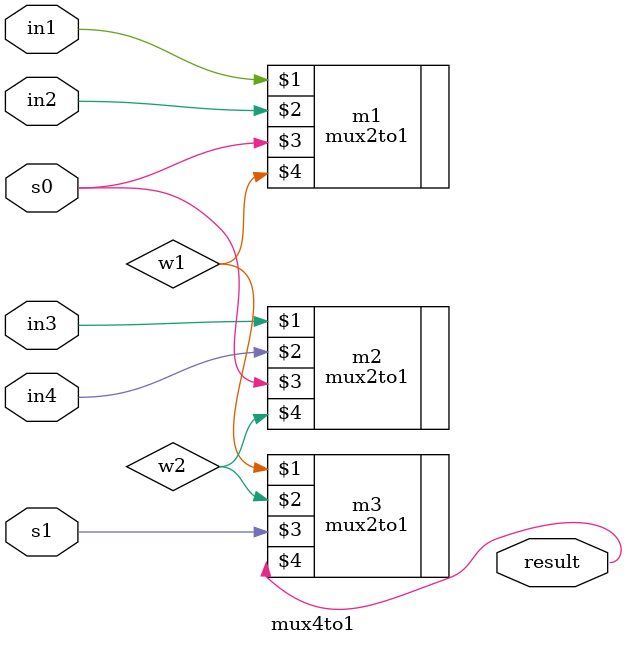
<source format=v>
module mux4to1(in1, in2,in3, in4, s1,s0, result);
	input in1, in2,in3, in4, s0, s1;
	output result;
	wire w1,w2,w3;
	
	mux2to1 m1(in1,in2,s0,w1);
	mux2to1 m2(in3,in4,s0,w2);
	mux2to1 m3(w1,w2,s1,result);
	
endmodule
</source>
